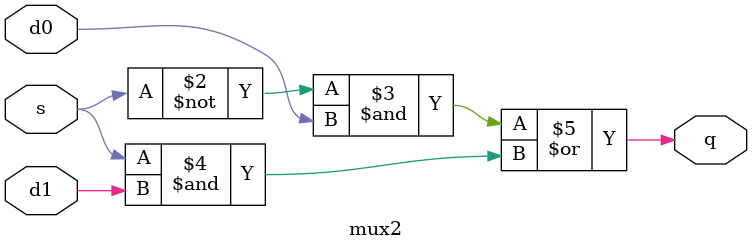
<source format=v>
`timescale 1ns/1ns
module mux2( s, d1, d0, q );

input s,d0,d1;
output q;

reg q;

always @( s or d1 or d0)
begin
    q = ( ~s & d0 ) | (  s & d1 );
end

endmodule
</source>
